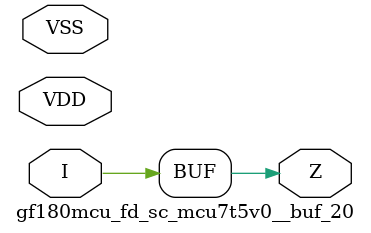
<source format=v>

module gf180mcu_fd_sc_mcu7t5v0__buf_20( I, Z, VDD, VSS );
input I;
inout VDD, VSS;
output Z;

	buf MGM_BG_0( Z, I );

endmodule

</source>
